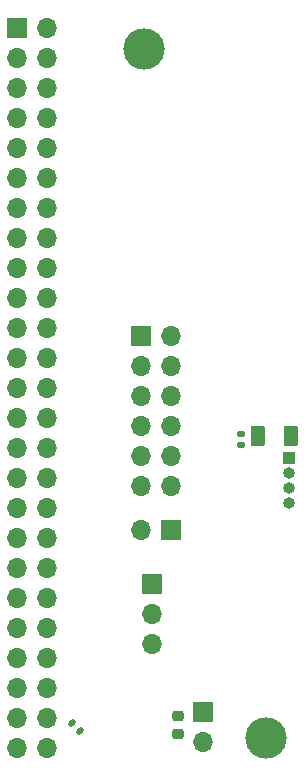
<source format=gbr>
%TF.GenerationSoftware,KiCad,Pcbnew,(6.0.4)*%
%TF.CreationDate,2023-05-26T00:59:56+09:00*%
%TF.ProjectId,BajieHeader,42616a69-6548-4656-9164-65722e6b6963,rev?*%
%TF.SameCoordinates,Original*%
%TF.FileFunction,Soldermask,Bot*%
%TF.FilePolarity,Negative*%
%FSLAX46Y46*%
G04 Gerber Fmt 4.6, Leading zero omitted, Abs format (unit mm)*
G04 Created by KiCad (PCBNEW (6.0.4)) date 2023-05-26 00:59:56*
%MOMM*%
%LPD*%
G01*
G04 APERTURE LIST*
G04 Aperture macros list*
%AMRoundRect*
0 Rectangle with rounded corners*
0 $1 Rounding radius*
0 $2 $3 $4 $5 $6 $7 $8 $9 X,Y pos of 4 corners*
0 Add a 4 corners polygon primitive as box body*
4,1,4,$2,$3,$4,$5,$6,$7,$8,$9,$2,$3,0*
0 Add four circle primitives for the rounded corners*
1,1,$1+$1,$2,$3*
1,1,$1+$1,$4,$5*
1,1,$1+$1,$6,$7*
1,1,$1+$1,$8,$9*
0 Add four rect primitives between the rounded corners*
20,1,$1+$1,$2,$3,$4,$5,0*
20,1,$1+$1,$4,$5,$6,$7,0*
20,1,$1+$1,$6,$7,$8,$9,0*
20,1,$1+$1,$8,$9,$2,$3,0*%
G04 Aperture macros list end*
%ADD10R,1.700000X1.700000*%
%ADD11O,1.700000X1.700000*%
%ADD12R,1.000000X1.000000*%
%ADD13O,1.000000X1.000000*%
%ADD14C,2.600000*%
%ADD15C,3.500000*%
%ADD16RoundRect,0.250000X-0.375000X-0.625000X0.375000X-0.625000X0.375000X0.625000X-0.375000X0.625000X0*%
%ADD17RoundRect,0.140000X0.219203X0.021213X0.021213X0.219203X-0.219203X-0.021213X-0.021213X-0.219203X0*%
%ADD18RoundRect,0.225000X0.250000X-0.225000X0.250000X0.225000X-0.250000X0.225000X-0.250000X-0.225000X0*%
%ADD19RoundRect,0.140000X-0.170000X0.140000X-0.170000X-0.140000X0.170000X-0.140000X0.170000X0.140000X0*%
G04 APERTURE END LIST*
D10*
%TO.C,J7*%
X90144600Y-104216200D03*
D11*
X90144600Y-106756200D03*
X90144600Y-109296200D03*
%TD*%
D12*
%TO.C,J6*%
X101777800Y-93548200D03*
D13*
X101777800Y-94818200D03*
X101777800Y-96088200D03*
X101777800Y-97358200D03*
%TD*%
D14*
%TO.C,H2*%
X99771200Y-117221000D03*
D15*
X99771200Y-117221000D03*
%TD*%
D10*
%TO.C,J1*%
X78735000Y-57155000D03*
D11*
X81275000Y-57155000D03*
X78735000Y-59695000D03*
X81275000Y-59695000D03*
X78735000Y-62235000D03*
X81275000Y-62235000D03*
X78735000Y-64775000D03*
X81275000Y-64775000D03*
X78735000Y-67315000D03*
X81275000Y-67315000D03*
X78735000Y-69855000D03*
X81275000Y-69855000D03*
X78735000Y-72395000D03*
X81275000Y-72395000D03*
X78735000Y-74935000D03*
X81275000Y-74935000D03*
X78735000Y-77475000D03*
X81275000Y-77475000D03*
X78735000Y-80015000D03*
X81275000Y-80015000D03*
X78735000Y-82555000D03*
X81275000Y-82555000D03*
X78735000Y-85095000D03*
X81275000Y-85095000D03*
X78735000Y-87635000D03*
X81275000Y-87635000D03*
X78735000Y-90175000D03*
X81275000Y-90175000D03*
X78735000Y-92715000D03*
X81275000Y-92715000D03*
X78735000Y-95255000D03*
X81275000Y-95255000D03*
X78735000Y-97795000D03*
X81275000Y-97795000D03*
X78735000Y-100335000D03*
X81275000Y-100335000D03*
X78735000Y-102875000D03*
X81275000Y-102875000D03*
X78735000Y-105415000D03*
X81275000Y-105415000D03*
X78735000Y-107955000D03*
X81275000Y-107955000D03*
X78735000Y-110495000D03*
X81275000Y-110495000D03*
X78735000Y-113035000D03*
X81275000Y-113035000D03*
X78735000Y-115575000D03*
X81275000Y-115575000D03*
X78735000Y-118115000D03*
X81275000Y-118115000D03*
%TD*%
D10*
%TO.C,J3*%
X89199800Y-83185000D03*
D11*
X91739800Y-83185000D03*
X89199800Y-85725000D03*
X91739800Y-85725000D03*
X89199800Y-88265000D03*
X91739800Y-88265000D03*
X89199800Y-90805000D03*
X91739800Y-90805000D03*
X89199800Y-93345000D03*
X91739800Y-93345000D03*
X89199800Y-95885000D03*
X91739800Y-95885000D03*
%TD*%
D15*
%TO.C,H1*%
X89433400Y-58902600D03*
D14*
X89433400Y-58902600D03*
%TD*%
D10*
%TO.C,J5*%
X91744800Y-99618800D03*
D11*
X89204800Y-99618800D03*
%TD*%
D10*
%TO.C,J4*%
X94462600Y-115011200D03*
D11*
X94462600Y-117551200D03*
%TD*%
D16*
%TO.C,F1*%
X99133200Y-91643200D03*
X101933200Y-91643200D03*
%TD*%
D17*
%TO.C,C1*%
X84057811Y-116671411D03*
X83378989Y-115992589D03*
%TD*%
D18*
%TO.C,C2*%
X92329000Y-116929200D03*
X92329000Y-115379200D03*
%TD*%
D19*
%TO.C,C13*%
X97713800Y-91493400D03*
X97713800Y-92453400D03*
%TD*%
M02*

</source>
